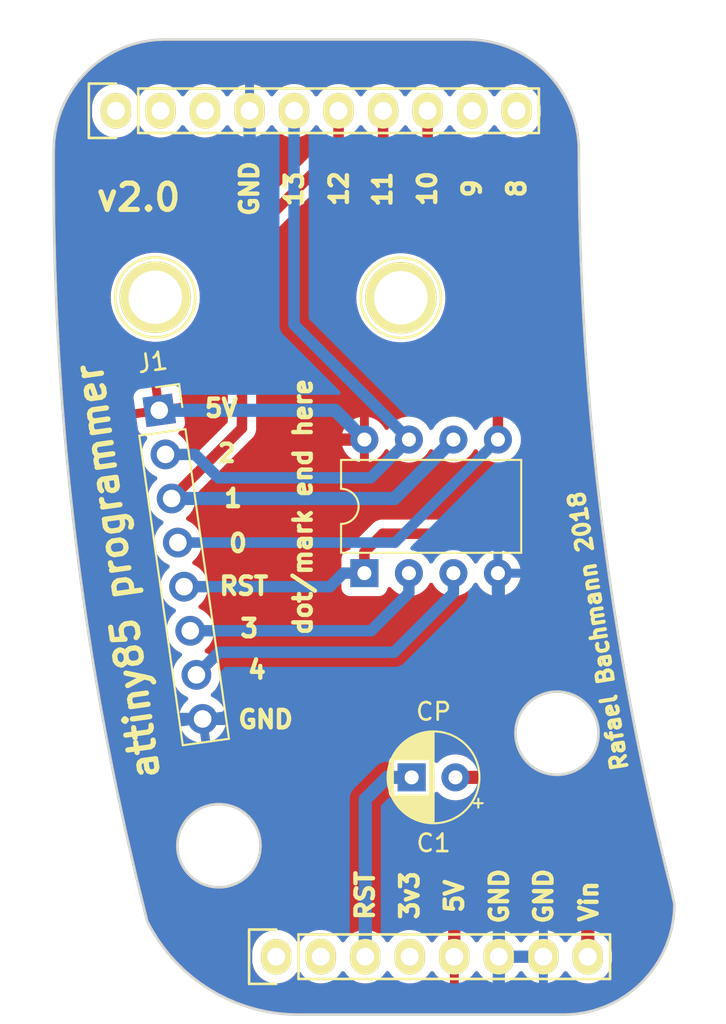
<source format=kicad_pcb>
(kicad_pcb (version 20221018) (generator pcbnew)
  (title_block (date "lun. 30 mars 2015"))
  (layers (0 "F.Cu" signal) (31 "B.Cu" signal) (34 "B.Paste" user) (35 "F.Paste" user) (36 "B.SilkS" user "B.Silkscreen") (37 "F.SilkS" user "F.Silkscreen") (38 "B.Mask" user) (39 "F.Mask" user) (44 "Edge.Cuts" user))
  (net 0 "")
  (net 1 "/Reset")
  (net 2 "+5V")
  (net 3 "GND")
  (net 4 "/Vin")
  (net 5 "/13(SCK)")
  (net 6 "/10(**/SS)")
  (net 7 "/12(MISO)")
  (net 8 "/11(**/MOSI)")
  (net 9 "Net-(J1-Pad6)")
  (net 10 "Net-(J1-Pad7)")
  (footprint "Socket_Arduino_Uno:Socket_Strip_Arduino_1x08" (layer "F.Cu") (at 138.938 123.825)
    (fp_text reference "P1")
    (fp_text value "Power")
    (fp_line (start -1.55 -1.55) (end -1.55 1.55) (stroke (width 0.15)) (layer "F.SilkS"))
    (fp_line (start -1.55 1.55) (end 0 1.55) (stroke (width 0.15)) (layer "F.SilkS"))
    (fp_line (start 0 -1.55) (end -1.55 -1.55) (stroke (width 0.15)) (layer "F.SilkS"))
    (fp_line (start 1.27 1.27) (end 1.27 -1.27) (stroke (width 0.15)) (layer "F.SilkS"))
    (fp_line (start 1.27 1.27) (end 19.05 1.27) (stroke (width 0.15)) (layer "F.SilkS"))
    (fp_line (start 19.05 -1.27) (end 1.27 -1.27) (stroke (width 0.15)) (layer "F.SilkS"))
    (fp_line (start 19.05 1.27) (end 19.05 -1.27) (stroke (width 0.15)) (layer "F.SilkS"))
    (pad "1" thru_hole oval locked (at 0 0) (size 1.7272 2.032) (drill 1.016) (layers "*.Cu" "*.Mask" "F.SilkS"))
    (pad "2" thru_hole oval locked (at 2.54 0) (size 1.7272 2.032) (drill 1.016) (layers "*.Cu" "*.Mask" "F.SilkS"))
    (pad "3" thru_hole oval locked (at 5.08 0) (size 1.7272 2.032) (drill 1.016) (layers "*.Cu" "*.Mask" "F.SilkS") (net 1 "/Reset"))
    (pad "4" thru_hole oval locked (at 7.62 0) (size 1.7272 2.032) (drill 1.016) (layers "*.Cu" "*.Mask" "F.SilkS"))
    (pad "5" thru_hole oval locked (at 10.16 0) (size 1.7272 2.032) (drill 1.016) (layers "*.Cu" "*.Mask" "F.SilkS") (net 2 "+5V"))
    (pad "6" thru_hole oval locked (at 12.7 0) (size 1.7272 2.032) (drill 1.016) (layers "*.Cu" "*.Mask" "F.SilkS") (net 3 "GND"))
    (pad "7" thru_hole oval locked (at 15.24 0) (size 1.7272 2.032) (drill 1.016) (layers "*.Cu" "*.Mask" "F.SilkS") (net 3 "GND"))
    (pad "8" thru_hole oval locked (at 17.78 0) (size 1.7272 2.032) (drill 1.016) (layers "*.Cu" "*.Mask" "F.SilkS") (net 4 "/Vin"))
  )
  (footprint "Socket_Arduino_Uno:Socket_Strip_Arduino_1x10" (layer "F.Cu") (at 129.794 75.565)
    (fp_text reference "P3")
    (fp_text value "Digital")
    (fp_line (start -1.55 -1.55) (end -1.55 1.55) (stroke (width 0.15)) (layer "F.SilkS"))
    (fp_line (start -1.55 1.55) (end 0 1.55) (stroke (width 0.15)) (layer "F.SilkS"))
    (fp_line (start 0 -1.55) (end -1.55 -1.55) (stroke (width 0.15)) (layer "F.SilkS"))
    (fp_line (start 1.27 1.27) (end 1.27 -1.27) (stroke (width 0.15)) (layer "F.SilkS"))
    (fp_line (start 1.27 1.27) (end 24.13 1.27) (stroke (width 0.15)) (layer "F.SilkS"))
    (fp_line (start 24.13 -1.27) (end 1.27 -1.27) (stroke (width 0.15)) (layer "F.SilkS"))
    (fp_line (start 24.13 1.27) (end 24.13 -1.27) (stroke (width 0.15)) (layer "F.SilkS"))
    (pad "1" thru_hole oval locked (at 0 0) (size 1.7272 2.032) (drill 1.016) (layers "*.Cu" "*.Mask" "F.SilkS"))
    (pad "2" thru_hole oval locked (at 2.54 0) (size 1.7272 2.032) (drill 1.016) (layers "*.Cu" "*.Mask" "F.SilkS"))
    (pad "3" thru_hole oval locked (at 5.08 0) (size 1.7272 2.032) (drill 1.016) (layers "*.Cu" "*.Mask" "F.SilkS"))
    (pad "4" thru_hole oval locked (at 7.62 0) (size 1.7272 2.032) (drill 1.016) (layers "*.Cu" "*.Mask" "F.SilkS") (net 3 "GND"))
    (pad "5" thru_hole oval locked (at 10.16 0) (size 1.7272 2.032) (drill 1.016) (layers "*.Cu" "*.Mask" "F.SilkS") (net 5 "/13(SCK)"))
    (pad "6" thru_hole oval locked (at 12.7 0) (size 1.7272 2.032) (drill 1.016) (layers "*.Cu" "*.Mask" "F.SilkS") (net 7 "/12(MISO)"))
    (pad "7" thru_hole oval locked (at 15.24 0) (size 1.7272 2.032) (drill 1.016) (layers "*.Cu" "*.Mask" "F.SilkS") (net 8 "/11(**/MOSI)"))
    (pad "8" thru_hole oval locked (at 17.78 0) (size 1.7272 2.032) (drill 1.016) (layers "*.Cu" "*.Mask" "F.SilkS") (net 6 "/10(**/SS)"))
    (pad "9" thru_hole oval locked (at 20.32 0) (size 1.7272 2.032) (drill 1.016) (layers "*.Cu" "*.Mask" "F.SilkS"))
    (pad "10" thru_hole oval locked (at 22.86 0) (size 1.7272 2.032) (drill 1.016) (layers "*.Cu" "*.Mask" "F.SilkS"))
  )
  (footprint "Socket_Arduino_Uno:Arduino_1pin" (layer "F.Cu") (at 146.05 86.233)
    (fp_text reference "P8" hide)
    (fp_text value "CONN_01X01" hide)
    (fp_circle (center 0 0) (end 0 -2.286) (stroke (width 0.15)) (fill none) (layer "F.SilkS"))
    (pad "1" thru_hole circle locked (at 0 0) (size 4.064 4.064) (drill 3.048) (layers "*.Cu" "*.Mask" "F.SilkS"))
  )
  (footprint "Connector_PinSocket_2.54mm:PinSocket_1x08_P2.54mm_Vertical" (layer "F.Cu") (at 132.26288 92.65412 8)
    (fp_text reference "J1" (at 0 -2.77 8) (layer "F.SilkS"))
    (fp_text value "Conn_01x08")
    (fp_line (start -1.33 1.27) (end -1.33 19.11) (stroke (width 0.12)) (layer "F.SilkS"))
    (fp_line (start -1.33 1.27) (end 1.33 1.27) (stroke (width 0.12)) (layer "F.SilkS"))
    (fp_line (start -1.33 19.11) (end 1.33 19.11) (stroke (width 0.12)) (layer "F.SilkS"))
    (fp_line (start 0 -1.33) (end 1.33 -1.33) (stroke (width 0.12)) (layer "F.SilkS"))
    (fp_line (start 1.33 -1.33) (end 1.33 0) (stroke (width 0.12)) (layer "F.SilkS"))
    (fp_line (start 1.33 1.27) (end 1.33 19.11) (stroke (width 0.12)) (layer "F.SilkS"))
    (pad "1" thru_hole rect (at 0 0 8) (size 1.7 1.7) (drill 1) (layers "*.Cu" "*.Mask") (net 2 "+5V"))
    (pad "2" thru_hole oval (at 0 2.54 8) (size 1.7 1.7) (drill 1) (layers "*.Cu" "*.Mask") (net 5 "/13(SCK)"))
    (pad "3" thru_hole oval (at 0 5.08 8) (size 1.7 1.7) (drill 1) (layers "*.Cu" "*.Mask") (net 7 "/12(MISO)"))
    (pad "4" thru_hole oval (at 0 7.62 8) (size 1.7 1.7) (drill 1) (layers "*.Cu" "*.Mask") (net 8 "/11(**/MOSI)"))
    (pad "5" thru_hole oval (at 0 10.16 8) (size 1.7 1.7) (drill 1) (layers "*.Cu" "*.Mask") (net 6 "/10(**/SS)"))
    (pad "6" thru_hole oval (at 0 12.699997 8) (size 1.7 1.7) (drill 1) (layers "*.Cu" "*.Mask") (net 9 "Net-(J1-Pad6)"))
    (pad "7" thru_hole oval (at 0 15.24 8) (size 1.7 1.7) (drill 1) (layers "*.Cu" "*.Mask") (net 10 "Net-(J1-Pad7)"))
    (pad "8" thru_hole oval (at 0 17.78 8) (size 1.7 1.7) (drill 1) (layers "*.Cu" "*.Mask") (net 3 "GND"))
  )
  (footprint "Socket_Arduino_Uno:Arduino_1pin" (layer "F.Cu") (at 132.03428 86.20252)
    (fp_text reference "P7" hide)
    (fp_text value "CONN_01X01" hide)
    (fp_circle (center 0 0) (end 0 -2.286) (stroke (width 0.15)) (fill none) (layer "F.SilkS"))
    (pad "1" thru_hole circle locked (at 0 0) (size 4.064 4.064) (drill 3.048) (layers "*.Cu" "*.Mask" "F.SilkS"))
  )
  (footprint "Capacitor_THT:CP_Radial_D5.0mm_P2.50mm" (layer "F.Cu") (at 149.16404 113.59388 180)
    (fp_text reference "C1" (at 1.25 -3.75 180) (layer "F.SilkS"))
    (fp_text value "CP" (at 1.25 3.75 180) (layer "F.SilkS"))
    (fp_line (start -1.554775 -1.475) (end -1.054775 -1.475) (stroke (width 0.12)) (layer "F.SilkS"))
    (fp_line (start -1.304775 -1.725) (end -1.304775 -1.225) (stroke (width 0.12)) (layer "F.SilkS"))
    (fp_line (start 1.25 -2.58) (end 1.25 2.58) (stroke (width 0.12)) (layer "F.SilkS"))
    (fp_line (start 1.29 -2.58) (end 1.29 2.58) (stroke (width 0.12)) (layer "F.SilkS"))
    (fp_line (start 1.33 -2.579) (end 1.33 2.579) (stroke (width 0.12)) (layer "F.SilkS"))
    (fp_line (start 1.37 -2.578) (end 1.37 2.578) (stroke (width 0.12)) (layer "F.SilkS"))
    (fp_line (start 1.41 -2.576) (end 1.41 2.576) (stroke (width 0.12)) (layer "F.SilkS"))
    (fp_line (start 1.45 -2.573) (end 1.45 2.573) (stroke (width 0.12)) (layer "F.SilkS"))
    (fp_line (start 1.49 -2.569) (end 1.49 -1.04) (stroke (width 0.12)) (layer "F.SilkS"))
    (fp_line (start 1.49 1.04) (end 1.49 2.569) (stroke (width 0.12)) (layer "F.SilkS"))
    (fp_line (start 1.53 -2.565) (end 1.53 -1.04) (stroke (width 0.12)) (layer "F.SilkS"))
    (fp_line (start 1.53 1.04) (end 1.53 2.565) (stroke (width 0.12)) (layer "F.SilkS"))
    (fp_line (start 1.57 -2.561) (end 1.57 -1.04) (stroke (width 0.12)) (layer "F.SilkS"))
    (fp_line (start 1.57 1.04) (end 1.57 2.561) (stroke (width 0.12)) (layer "F.SilkS"))
    (fp_line (start 1.61 -2.556) (end 1.61 -1.04) (stroke (width 0.12)) (layer "F.SilkS"))
    (fp_line (start 1.61 1.04) (end 1.61 2.556) (stroke (width 0.12)) (layer "F.SilkS"))
    (fp_line (start 1.65 -2.55) (end 1.65 -1.04) (stroke (width 0.12)) (layer "F.SilkS"))
    (fp_line (start 1.65 1.04) (end 1.65 2.55) (stroke (width 0.12)) (layer "F.SilkS"))
    (fp_line (start 1.69 -2.543) (end 1.69 -1.04) (stroke (width 0.12)) (layer "F.SilkS"))
    (fp_line (start 1.69 1.04) (end 1.69 2.543) (stroke (width 0.12)) (layer "F.SilkS"))
    (fp_line (start 1.73 -2.536) (end 1.73 -1.04) (stroke (width 0.12)) (layer "F.SilkS"))
    (fp_line (start 1.73 1.04) (end 1.73 2.536) (stroke (width 0.12)) (layer "F.SilkS"))
    (fp_line (start 1.77 -2.528) (end 1.77 -1.04) (stroke (width 0.12)) (layer "F.SilkS"))
    (fp_line (start 1.77 1.04) (end 1.77 2.528) (stroke (width 0.12)) (layer "F.SilkS"))
    (fp_line (start 1.81 -2.52) (end 1.81 -1.04) (stroke (width 0.12)) (layer "F.SilkS"))
    (fp_line (start 1.81 1.04) (end 1.81 2.52) (stroke (width 0.12)) (layer "F.SilkS"))
    (fp_line (start 1.85 -2.511) (end 1.85 -1.04) (stroke (width 0.12)) (layer "F.SilkS"))
    (fp_line (start 1.85 1.04) (end 1.85 2.511) (stroke (width 0.12)) (layer "F.SilkS"))
    (fp_line (start 1.89 -2.501) (end 1.89 -1.04) (stroke (width 0.12)) (layer "F.SilkS"))
    (fp_line (start 1.89 1.04) (end 1.89 2.501) (stroke (width 0.12)) (layer "F.SilkS"))
    (fp_line (start 1.93 -2.491) (end 1.93 -1.04) (stroke (width 0.12)) (layer "F.SilkS"))
    (fp_line (start 1.93 1.04) (end 1.93 2.491) (stroke (width 0.12)) (layer "F.SilkS"))
    (fp_line (start 1.971 -2.48) (end 1.971 -1.04) (stroke (width 0.12)) (layer "F.SilkS"))
    (fp_line (start 1.971 1.04) (end 1.971 2.48) (stroke (width 0.12)) (layer "F.SilkS"))
    (fp_line (start 2.011 -2.468) (end 2.011 -1.04) (stroke (width 0.12)) (layer "F.SilkS"))
    (fp_line (start 2.011 1.04) (end 2.011 2.468) (stroke (width 0.12)) (layer "F.SilkS"))
    (fp_line (start 2.051 -2.455) (end 2.051 -1.04) (stroke (width 0.12)) (layer "F.SilkS"))
    (fp_line (start 2.051 1.04) (end 2.051 2.455) (stroke (width 0.12)) (layer "F.SilkS"))
    (fp_line (start 2.091 -2.442) (end 2.091 -1.04) (stroke (width 0.12)) (layer "F.SilkS"))
    (fp_line (start 2.091 1.04) (end 2.091 2.442) (stroke (width 0.12)) (layer "F.SilkS"))
    (fp_line (start 2.131 -2.428) (end 2.131 -1.04) (stroke (width 0.12)) (layer "F.SilkS"))
    (fp_line (start 2.131 1.04) (end 2.131 2.428) (stroke (width 0.12)) (layer "F.SilkS"))
    (fp_line (start 2.171 -2.414) (end 2.171 -1.04) (stroke (width 0.12)) (layer "F.SilkS"))
    (fp_line (start 2.171 1.04) (end 2.171 2.414) (stroke (width 0.12)) (layer "F.SilkS"))
    (fp_line (start 2.211 -2.398) (end 2.211 -1.04) (stroke (width 0.12)) (layer "F.SilkS"))
    (fp_line (start 2.211 1.04) (end 2.211 2.398) (stroke (width 0.12)) (layer "F.SilkS"))
    (fp_line (start 2.251 -2.382) (end 2.251 -1.04) (stroke (width 0.12)) (layer "F.SilkS"))
    (fp_line (start 2.251 1.04) (end 2.251 2.382) (stroke (width 0.12)) (layer "F.SilkS"))
    (fp_line (start 2.291 -2.365) (end 2.291 -1.04) (stroke (width 0.12)) (layer "F.SilkS"))
    (fp_line (start 2.291 1.04) (end 2.291 2.365) (stroke (width 0.12)) (layer "F.SilkS"))
    (fp_line (start 2.331 -2.348) (end 2.331 -1.04) (stroke (width 0.12)) (layer "F.SilkS"))
    (fp_line (start 2.331 1.04) (end 2.331 2.348) (stroke (width 0.12)) (layer "F.SilkS"))
    (fp_line (start 2.371 -2.329) (end 2.371 -1.04) (stroke (width 0.12)) (layer "F.SilkS"))
    (fp_line (start 2.371 1.04) (end 2.371 2.329) (stroke (width 0.12)) (layer "F.SilkS"))
    (fp_line (start 2.411 -2.31) (end 2.411 -1.04) (stroke (width 0.12)) (layer "F.SilkS"))
    (fp_line (start 2.411 1.04) (end 2.411 2.31) (stroke (width 0.12)) (layer "F.SilkS"))
    (fp_line (start 2.451 -2.29) (end 2.451 -1.04) (stroke (width 0.12)) (layer "F.SilkS"))
    (fp_line (start 2.451 1.04) (end 2.451 2.29) (stroke (width 0.12)) (layer "F.SilkS"))
    (fp_line (start 2.491 -2.268) (end 2.491 -1.04) (stroke (width 0.12)) (layer "F.SilkS"))
    (fp_line (start 2.491 1.04) (end 2.491 2.268) (stroke (width 0.12)) (layer "F.SilkS"))
    (fp_line (start 2.531 -2.247) (end 2.531 -1.04) (stroke (width 0.12)) (layer "F.SilkS"))
    (fp_line (start 2.531 1.04) (end 2.531 2.247) (stroke (width 0.12)) (layer "F.SilkS"))
    (fp_line (start 2.571 -2.224) (end 2.571 -1.04) (stroke (width 0.12)) (layer "F.SilkS"))
    (fp_line (start 2.571 1.04) (end 2.571 2.224) (stroke (width 0.12)) (layer "F.SilkS"))
    (fp_line (start 2.611 -2.2) (end 2.611 -1.04) (stroke (width 0.12)) (layer "F.SilkS"))
    (fp_line (start 2.611 1.04) (end 2.611 2.2) (stroke (width 0.12)) (layer "F.SilkS"))
    (fp_line (start 2.651 -2.175) (end 2.651 -1.04) (stroke (width 0.12)) (layer "F.SilkS"))
    (fp_line (start 2.651 1.04) (end 2.651 2.175) (stroke (width 0.12)) (layer "F.SilkS"))
    (fp_line (start 2.691 -2.149) (end 2.691 -1.04) (stroke (width 0.12)) (layer "F.SilkS"))
    (fp_line (start 2.691 1.04) (end 2.691 2.149) (stroke (width 0.12)) (layer "F.SilkS"))
    (fp_line (start 2.731 -2.122) (end 2.731 -1.04) (stroke (width 0.12)) (layer "F.SilkS"))
    (fp_line (start 2.731 1.04) (end 2.731 2.122) (stroke (width 0.12)) (layer "F.SilkS"))
    (fp_line (start 2.771 -2.095) (end 2.771 -1.04) (stroke (width 0.12)) (layer "F.SilkS"))
    (fp_line (start 2.771 1.04) (end 2.771 2.095) (stroke (width 0.12)) (layer "F.SilkS"))
    (fp_line (start 2.811 -2.065) (end 2.811 -1.04) (stroke (width 0.12)) (layer "F.SilkS"))
    (fp_line (start 2.811 1.04) (end 2.811 2.065) (stroke (width 0.12)) (layer "F.SilkS"))
    (fp_line (start 2.851 -2.035) (end 2.851 -1.04) (stroke (width 0.12)) (layer "F.SilkS"))
    (fp_line (start 2.851 1.04) (end 2.851 2.035) (stroke (width 0.12)) (layer "F.SilkS"))
    (fp_line (start 2.891 -2.004) (end 2.891 -1.04) (stroke (width 0.12)) (layer "F.SilkS"))
    (fp_line (start 2.891 1.04) (end 2.891 2.004) (stroke (width 0.12)) (layer "F.SilkS"))
    (fp_line (start 2.931 -1.971) (end 2.931 -1.04) (stroke (width 0.12)) (layer "F.SilkS"))
    (fp_line (start 2.931 1.04) (end 2.931 1.971) (stroke (width 0.12)) (layer "F.SilkS"))
    (fp_line (start 2.971 -1.937) (end 2.971 -1.04) (stroke (width 0.12)) (layer "F.SilkS"))
    (fp_line (start 2.971 1.04) (end 2.971 1.937) (stroke (width 0.12)) (layer "F.SilkS"))
    (fp_line (start 3.011 -1.901) (end 3.011 -1.04) (stroke (width 0.12)) (layer "F.SilkS"))
    (fp_line (start 3.011 1.04) (end 3.011 1.901) (stroke (width 0.12)) (layer "F.SilkS"))
    (fp_line (start 3.051 -1.864) (end 3.051 -1.04) (stroke (width 0.12)) (layer "F.SilkS"))
    (fp_line (start 3.051 1.04) (end 3.051 1.864) (stroke (width 0.12)) (layer "F.SilkS"))
    (fp_line (start 3.091 -1.826) (end 3.091 -1.04) (stroke (width 0.12)) (layer "F.SilkS"))
    (fp_line (start 3.091 1.04) (end 3.091 1.826) (stroke (width 0.12)) (layer "F.SilkS"))
    (fp_line (start 3.131 -1.785) (end 3.131 -1.04) (stroke (width 0.12)) (layer "F.SilkS"))
    (fp_line (start 3.131 1.04) (end 3.131 1.785) (stroke (width 0.12)) (layer "F.SilkS"))
    (fp_line (start 3.171 -1.743) (end 3.171 -1.04) (stroke (width 0.12)) (layer "F.SilkS"))
    (fp_line (start 3.171 1.04) (end 3.171 1.743) (stroke (width 0.12)) (layer "F.SilkS"))
    (fp_line (start 3.211 -1.699) (end 3.211 -1.04) (stroke (width 0.12)) (layer "F.SilkS"))
    (fp_line (start 3.211 1.04) (end 3.211 1.699) (stroke (width 0.12)) (layer "F.SilkS"))
    (fp_line (start 3.251 -1.653) (end 3.251 -1.04) (stroke (width 0.12)) (layer "F.SilkS"))
    (fp_line (start 3.251 1.04) (end 3.251 1.653) (stroke (width 0.12)) (layer "F.SilkS"))
    (fp_line (start 3.291 -1.605) (end 3.291 -1.04) (stroke (width 0.12)) (layer "F.SilkS"))
    (fp_line (start 3.291 1.04) (end 3.291 1.605) (stroke (width 0.12)) (layer "F.SilkS"))
    (fp_line (start 3.331 -1.554) (end 3.331 -1.04) (stroke (width 0.12)) (layer "F.SilkS"))
    (fp_line (start 3.331 1.04) (end 3.331 1.554) (stroke (width 0.12)) (layer "F.SilkS"))
    (fp_line (start 3.371 -1.5) (end 3.371 -1.04) (stroke (width 0.12)) (layer "F.SilkS"))
    (fp_line (start 3.371 1.04) (end 3.371 1.5) (stroke (width 0.12)) (layer "F.SilkS"))
    (fp_line (start 3.411 -1.443) (end 3.411 -1.04) (stroke (width 0.12)) (layer "F.SilkS"))
    (fp_line (start 3.411 1.04) (end 3.411 1.443) (stroke (width 0.12)) (layer "F.SilkS"))
    (fp_line (start 3.451 -1.383) (end 3.451 -1.04) (stroke (width 0.12)) (layer "F.SilkS"))
    (fp_line (start 3.451 1.04) (end 3.451 1.383) (stroke (width 0.12)) (layer "F.SilkS"))
    (fp_line (start 3.491 -1.319) (end 3.491 -1.04) (stroke (width 0.12)) (layer "F.SilkS"))
    (fp_line (start 3.491 1.04) (end 3.491 1.319) (stroke (width 0.12)) (layer "F.SilkS"))
    (fp_line (start 3.531 -1.251) (end 3.531 -1.04) (stroke (width 0.12)) (layer "F.SilkS"))
    (fp_line (start 3.531 1.04) (end 3.531 1.251) (stroke (width 0.12)) (layer "F.SilkS"))
    (fp_line (start 3.571 -1.178) (end 3.571 1.178) (stroke (width 0.12)) (layer "F.SilkS"))
    (fp_line (start 3.611 -1.098) (end 3.611 1.098) (stroke (width 0.12)) (layer "F.SilkS"))
    (fp_line (start 3.651 -1.011) (end 3.651 1.011) (stroke (width 0.12)) (layer "F.SilkS"))
    (fp_line (start 3.691 -0.915) (end 3.691 0.915) (stroke (width 0.12)) (layer "F.SilkS"))
    (fp_line (start 3.731 -0.805) (end 3.731 0.805) (stroke (width 0.12)) (layer "F.SilkS"))
    (fp_line (start 3.771 -0.677) (end 3.771 0.677) (stroke (width 0.12)) (layer "F.SilkS"))
    (fp_line (start 3.811 -0.518) (end 3.811 0.518) (stroke (width 0.12)) (layer "F.SilkS"))
    (fp_line (start 3.851 -0.284) (end 3.851 0.284) (stroke (width 0.12)) (layer "F.SilkS"))
    (fp_circle (center 1.25 0) (end 3.87 0) (stroke (width 0.12)) (fill none) (layer "F.SilkS"))
    (pad "1" thru_hole oval (at 0 0 180) (size 1.6 1.6) (drill 0.8) (layers "*.Cu" "*.Mask") (net 4 "/Vin"))
    (pad "2" thru_hole rect (at 2.5 0 180) (size 1.6 1.6) (drill 0.8) (layers "*.Cu" "*.Mask") (net 1 "/Reset"))
  )
  (footprint "Package_DIP:DIP-8_W7.62mm" (layer "F.Cu") (at 143.9672 101.9429 90)
    (fp_text reference "U1")
    (fp_text value "ATtiny85-20PU")
    (fp_line (start 1.16 -1.33) (end 1.16 8.95) (stroke (width 0.12)) (layer "F.SilkS"))
    (fp_line (start 1.16 8.95) (end 6.46 8.95) (stroke (width 0.12)) (layer "F.SilkS"))
    (fp_line (start 2.81 -1.33) (end 1.16 -1.33) (stroke (width 0.12)) (layer "F.SilkS"))
    (fp_line (start 6.46 -1.33) (end 4.81 -1.33) (stroke (width 0.12)) (layer "F.SilkS"))
    (fp_line (start 6.46 8.95) (end 6.46 -1.33) (stroke (width 0.12)) (layer "F.SilkS"))
    (fp_arc (start 4.81 -1.33) (mid 3.81 -0.33) (end 2.81 -1.33) (stroke (width 0.12)) (layer "F.SilkS"))
    (pad "1" thru_hole rect (at 0 0 90) (size 1.6 1.6) (drill 0.8) (layers "*.Cu" "*.Mask") (net 6 "/10(**/SS)"))
    (pad "2" thru_hole oval (at 0 2.54 90) (size 1.6 1.6) (drill 0.8) (layers "*.Cu" "*.Mask") (net 9 "Net-(J1-Pad6)"))
    (pad "3" thru_hole oval (at 0 5.08 90) (size 1.6 1.6) (drill 0.8) (layers "*.Cu" "*.Mask") (net 10 "Net-(J1-Pad7)"))
    (pad "4" thru_hole oval (at 0 7.62 90) (size 1.6 1.6) (drill 0.8) (layers "*.Cu" "*.Mask") (net 3 "GND"))
    (pad "5" thru_hole oval (at 7.62 7.62 90) (size 1.6 1.6) (drill 0.8) (layers "*.Cu" "*.Mask") (net 8 "/11(**/MOSI)"))
    (pad "6" thru_hole oval (at 7.62 5.08 90) (size 1.6 1.6) (drill 0.8) (layers "*.Cu" "*.Mask") (net 7 "/12(MISO)"))
    (pad "7" thru_hole oval (at 7.62 2.54 90) (size 1.6 1.6) (drill 0.8) (layers "*.Cu" "*.Mask") (net 5 "/13(SCK)"))
    (pad "8" thru_hole oval (at 7.62 0 90) (size 1.6 1.6) (drill 0.8) (layers "*.Cu" "*.Mask") (net 2 "+5V"))
  )
  (gr_circle (center 135.66648 117.492838) (end 137.53084 118.955878) (stroke (width 0.15)) (fill none) (layer "Edge.Cuts"))
  (gr_arc (start 149.86 71.501) (mid 154.350128 73.360872) (end 156.21 77.851) (stroke (width 0.15)) (layer "Edge.Cuts"))
  (gr_arc (start 161.659192 120.805903) (mid 159.756651 125.326826) (end 155.194 127.127) (stroke (width 0.15)) (layer "Edge.Cuts"))
  (gr_arc (start 161.47178 119.96886) (mid 157.530538 99.073632) (end 156.21 77.851) (stroke (width 0.15)) (layer "Edge.Cuts"))
  (gr_line (start 140.208 127.127) (end 155.194 127.127) (stroke (width 0.15)) (layer "Edge.Cuts"))
  (gr_line (start 131.5212 121.5898) (end 131.56692 121.77776) (stroke (width 0.15)) (layer "Edge.Cuts"))
  (gr_line (start 161.47288 119.96928) (end 161.65576 120.80748) (stroke (width 0.15)) (layer "Edge.Cuts"))
  (gr_arc (start 131.525125 121.592588) (mid 127.564924 100.648683) (end 126.238 79.375) (stroke (width 0.15)) (layer "Edge.Cuts"))
  (gr_arc (start 140.208 127.13034) (mid 135.131887 125.688323) (end 131.572001 121.792999) (stroke (width 0.15)) (layer "Edge.Cuts"))
  (gr_circle (center 154.96032 111.076682) (end 156.82468 112.539722) (stroke (width 0.15)) (fill none) (layer "Edge.Cuts"))
  (gr_arc (start 126.238 77.851) (mid 128.097872 73.360872) (end 132.588 71.501) (stroke (width 0.15)) (layer "Edge.Cuts"))
  (gr_line (start 132.588 71.501) (end 149.86 71.501) (stroke (width 0.15)) (layer "Edge.Cuts"))
  (gr_line (start 126.238 77.851) (end 126.238 79.375) (stroke (width 0.15)) (layer "Edge.Cuts"))
  (gr_text "GND" (at 154.19324 120.3706 90) (layer "F.SilkS") (effects (font (size 1 1) (thickness 0.25))))
  (gr_text "GND" (at 151.6634 120.3706 90) (layer "F.SilkS") (effects (font (size 1 1) (thickness 0.25))))
  (gr_text "5V" (at 149.098 120.3706 90) (layer "F.SilkS") (effects (font (size 1 1) (thickness 0.25))))
  (gr_text "3v3" (at 146.55292 120.32488 90) (layer "F.SilkS") (effects (font (size 1 1) (thickness 0.25))))
  (gr_text "RST" (at 144.00784 120.32488 90) (layer "F.SilkS") (effects (font (size 1 1) (thickness 0.25))))
  (gr_text "GND" (at 138.33348 110.29188) (layer "F.SilkS") (effects (font (size 1 1) (thickness 0.25))))
  (gr_text "4" (at 137.83564 107.45724) (layer "F.SilkS") (effects (font (size 1 1) (thickness 0.25))))
  (gr_text "3" (at 137.39876 105.09504) (layer "F.SilkS") (effects (font (size 1 1) (thickness 0.25))))
  (gr_text "RST" (at 137.08888 102.68204) (layer "F.SilkS") (effects (font (size 1 1) (thickness 0.25))))
  (gr_text "5V" (at 135.80364 92.53728) (layer "F.SilkS") (effects (font (size 1 1) (thickness 0.25))))
  (gr_text "2" (at 136.11352 95.10268) (layer "F.SilkS") (effects (font (size 1 1) (thickness 0.25))))
  (gr_text "1" (at 136.4742 97.67316) (layer "F.SilkS") (effects (font (size 1 1) (thickness 0.25))))
  (gr_text "0" (at 136.7536 100.23856) (layer "F.SilkS") (effects (font (size 1 1) (thickness 0.25))))
  (gr_text "GND" (at 137.40892 80.00492 90) (layer "F.SilkS") (effects (font (size 1 1) (thickness 0.25))))
  (gr_text "13" (at 139.96416 80.02524 90) (layer "F.SilkS") (effects (font (size 1 1) (thickness 0.25))))
  (gr_text "12" (at 142.5194 80.00492 90) (layer "F.SilkS") (effects (font (size 1 1) (thickness 0.25))))
  (gr_text "11" (at 145.00352 80.04048 90) (layer "F.SilkS") (effects (font (size 1 1) (thickness 0.25))))
  (gr_text "10" (at 147.55876 80.00492 90) (layer "F.SilkS") (effects (font (size 1 1) (thickness 0.25))))
  (gr_text "9" (at 150.10892 79.99476 90) (layer "F.SilkS") (effects (font (size 1 1) (thickness 0.25))))
  (gr_text "8" (at 152.654 79.99476 90) (layer "F.SilkS") (effects (font (size 1 1) (thickness 0.25))))
  (gr_text "Rafael Bachmann 2018" (at 157.3022 105.23728 99) (layer "F.SilkS") (effects (font (size 0.9 0.9) (thickness 0.225))))
  (gr_text "v2.0" (at 131.07924 80.51292) (layer "F.SilkS") (effects (font (size 1.5 1.5) (thickness 0.3))))
  (gr_text "attiny85 programmer" (at 129.8702 101.83876 98) (layer "F.SilkS") (effects (font (size 1.5 1.5) (thickness 0.3))))
  (gr_text "Vin" (at 156.7688 120.67032 90) (layer "F.SilkS") (effects (font (size 1 1) (thickness 0.25))))
  (gr_text "dot/mark end here" (at 140.45692 98.15576 90) (layer "F.SilkS") (effects (font (size 1 1) (thickness 0.25))))
  (segment (start 144.018 114.84356) (end 145.26768 113.59388) (width 0.75) (layer "B.Cu") (net 1))
  (segment (start 145.26768 113.59388) (end 146.66404 113.59388) (width 0.75) (layer "B.Cu") (net 1))
  (segment (start 144.018 123.825) (end 144.018 114.84356) (width 0.75) (layer "B.Cu") (net 1))
  (segment (start 144.0072 123.8142) (end 144.018 123.825) (width 0.75) (layer "B.Cu") (net 1))
  (segment (start 142.5194 94.3229) (end 143.9672 94.3229) (width 0.7) (layer "F.Cu") (net 2))
  (segment (start 149.098 122.109) (end 147.0802 120.0912) (width 0.7) (layer "F.Cu") (net 2))
  (segment (start 147.0802 120.0912) (end 143.4211 120.0912) (width 0.7) (layer "F.Cu") (net 2))
  (segment (start 143.4211 120.0912) (end 141.2367 117.9068) (width 0.7) (layer "F.Cu") (net 2))
  (segment (start 141.2367 95.6056) (end 142.5194 94.3229) (width 0.7) (layer "F.Cu") (net 2))
  (segment (start 149.098 123.825) (end 149.098 122.109) (width 0.7) (layer "F.Cu") (net 2))
  (segment (start 141.2367 117.9068) (end 141.2367 95.6056) (width 0.7) (layer "F.Cu") (net 2))
  (segment (start 142.29842 92.65412) (end 143.9672 94.3229) (width 0.75) (layer "B.Cu") (net 2))
  (segment (start 132.26288 92.65412) (end 142.29842 92.65412) (width 0.75) (layer "B.Cu") (net 2))
  (segment (start 151.54656 108.59008) (end 151.638 108.68152) (width 0.7) (layer "B.Cu") (net 3))
  (segment (start 138.315753 126.187796) (end 150.991204 126.187796) (width 0.7) (layer "B.Cu") (net 3))
  (segment (start 128.2192 99.962856) (end 128.284397 100.558553) (width 0.7) (layer "B.Cu") (net 3))
  (segment (start 151.638 107.60964) (end 151.638 101.9937) (width 0.7) (layer "B.Cu") (net 3))
  (segment (start 128.284397 100.558553) (end 129.02613 105.815914) (width 0.7) (layer "B.Cu") (net 3))
  (segment (start 150.65756 108.59008) (end 151.638 107.60964) (width 0.7) (layer "B.Cu") (net 3))
  (segment (start 133.3388 81.3562) (end 131.375767 81.3562) (width 0.7) (layer "B.Cu") (net 3))
  (segment (start 138.057221 126.139541) (end 138.315753 126.187796) (width 0.7) (layer "B.Cu") (net 3))
  (segment (start 132.039047 120.121367) (end 138.057221 126.139541) (width 0.7) (layer "B.Cu") (net 3))
  (segment (start 151.638 109.51972) (end 151.638 108.68152) (width 0.7) (layer "B.Cu") (net 3))
  (segment (start 151.638 125.541) (end 151.638 123.825) (width 0.7) (layer "B.Cu") (net 3))
  (segment (start 137.414 75.565) (end 137.414 77.281) (width 0.7) (layer "B.Cu") (net 3))
  (segment (start 135.939459 110.261086) (end 137.610465 108.59008) (width 0.7) (layer "B.Cu") (net 3))
  (segment (start 150.65756 108.59008) (end 151.54656 108.59008) (width 0.7) (layer "B.Cu") (net 3))
  (segment (start 151.638 101.9937) (end 151.5872 101.9429) (width 0.7) (layer "B.Cu") (net 3))
  (segment (start 132.039047 110.261086) (end 132.039047 120.121367) (width 0.7) (layer "B.Cu") (net 3))
  (segment (start 128.2192 84.512767) (end 128.2192 99.962856) (width 0.7) (layer "B.Cu") (net 3))
  (segment (start 150.991204 126.187796) (end 151.638 125.541) (width 0.7) (layer "B.Cu") (net 3))
  (segment (start 151.638 123.825) (end 154.178 123.825) (width 0.7) (layer "B.Cu") (net 3))
  (segment (start 151.638 108.68152) (end 151.638 107.60964) (width 0.7) (layer "B.Cu") (net 3))
  (segment (start 129.02613 105.815914) (end 129.325747 107.547786) (width 0.7) (layer "B.Cu") (net 3))
  (segment (start 134.737378 110.261086) (end 135.939459 110.261086) (width 0.7) (layer "B.Cu") (net 3))
  (segment (start 137.414 75.565) (end 137.166967 75.565) (width 0.7) (layer "B.Cu") (net 3))
  (segment (start 151.638 123.825) (end 151.638 109.51972) (width 0.7) (layer "B.Cu") (net 3))
  (segment (start 151.5872 101.9429) (end 151.5872 103.07427) (width 0.7) (layer "B.Cu") (net 3))
  (segment (start 129.325747 107.547786) (end 132.039047 110.261086) (width 0.7) (layer "B.Cu") (net 3))
  (segment (start 132.039047 110.261086) (end 134.737378 110.261086) (width 0.7) (layer "B.Cu") (net 3))
  (segment (start 150.65756 108.59008) (end 150.70836 108.59008) (width 0.7) (layer "B.Cu") (net 3))
  (segment (start 131.375767 81.3562) (end 128.2192 84.512767) (width 0.7) (layer "B.Cu") (net 3))
  (segment (start 137.610465 108.59008) (end 150.65756 108.59008) (width 0.7) (layer "B.Cu") (net 3))
  (segment (start 137.414 77.281) (end 133.3388 81.3562) (width 0.7) (layer "B.Cu") (net 3))
  (segment (start 150.70836 108.59008) (end 151.638 109.51972) (width 0.7) (layer "B.Cu") (net 3))
  (segment (start 149.16404 113.59388) (end 152.59304 113.59388) (width 0.75) (layer "F.Cu") (net 4))
  (segment (start 156.718 117.71884) (end 156.718 123.825) (width 0.75) (layer "F.Cu") (net 4))
  (segment (start 152.59304 113.59388) (end 156.718 117.71884) (width 0.75) (layer "F.Cu") (net 4))
  (segment (start 139.954 75.565) (end 139.954 87.7697) (width 0.65) (layer "B.Cu") (net 5))
  (segment (start 146.5072 94.3229) (end 144.32534 96.50476) (width 0.65) (layer "B.Cu") (net 5))
  (segment (start 135.636 96.50476) (end 134.300641 95.169401) (width 0.65) (layer "B.Cu") (net 5))
  (segment (start 134.300641 95.169401) (end 132.61638 95.169401) (width 0.65) (layer "B.Cu") (net 5))
  (segment (start 139.954 87.7697) (end 146.5072 94.3229) (width 0.65) (layer "B.Cu") (net 5))
  (segment (start 144.32534 96.50476) (end 135.636 96.50476) (width 0.65) (layer "B.Cu") (net 5))
  (segment (start 147.574 75.565) (end 147.574 77.256458) (width 0.6) (layer "F.Cu") (net 6))
  (segment (start 145.0151 99.695) (end 143.9672 100.7429) (width 0.6) (layer "F.Cu") (net 6))
  (segment (start 147.574 77.256458) (end 153.5938 83.276258) (width 0.6) (layer "F.Cu") (net 6))
  (segment (start 149.2123 99.695) (end 145.0151 99.695) (width 0.6) (layer "F.Cu") (net 6))
  (segment (start 153.5938 95.3135) (end 149.2123 99.695) (width 0.6) (layer "F.Cu") (net 6))
  (segment (start 143.9672 100.7429) (end 143.9672 101.9429) (width 0.6) (layer "F.Cu") (net 6))
  (segment (start 153.5938 83.276258) (end 153.5938 95.3135) (width 0.6) (layer "F.Cu") (net 6))
  (segment (start 142.7672 101.9429) (end 141.994856 102.715244) (width 0.65) (layer "B.Cu") (net 6))
  (segment (start 143.9672 101.9429) (end 142.7672 101.9429) (width 0.65) (layer "B.Cu") (net 6))
  (segment (start 141.994856 102.715244) (end 133.676879 102.715244) (width 0.65) (layer "B.Cu") (net 6))
  (segment (start 142.494 75.565) (end 142.494 77.6605) (width 0.6) (layer "F.Cu") (net 7))
  (segment (start 136.9822 83.1723) (end 136.9822 93.672361) (width 0.6) (layer "F.Cu") (net 7))
  (segment (start 142.494 77.6605) (end 136.9822 83.1723) (width 0.6) (layer "F.Cu") (net 7))
  (segment (start 136.9822 93.672361) (end 132.969879 97.684682) (width 0.6) (layer "F.Cu") (net 7))
  (segment (start 145.685418 97.684682) (end 132.969879 97.684682) (width 0.75) (layer "B.Cu") (net 7))
  (segment (start 149.0472 94.3229) (end 145.685418 97.684682) (width 0.75) (layer "B.Cu") (net 7))
  (segment (start 145.034 75.565) (end 145.034 76.981) (width 0.6) (layer "F.Cu") (net 8))
  (segment (start 151.5872 83.9216) (end 151.5872 94.3229) (width 0.6) (layer "F.Cu") (net 8))
  (segment (start 145.0467 77.3811) (end 151.5872 83.9216) (width 0.6) (layer "F.Cu") (net 8))
  (segment (start 145.034 76.981) (end 145.0467 76.9937) (width 0.6) (layer "F.Cu") (net 8))
  (segment (start 145.0467 76.9937) (end 145.0467 77.3811) (width 0.6) (layer "F.Cu") (net 8))
  (segment (start 145.70202 100.20808) (end 145.693903 100.199963) (width 0.6) (layer "B.Cu") (net 8))
  (segment (start 145.693903 100.199963) (end 133.323379 100.199963) (width 0.6) (layer "B.Cu") (net 8))
  (segment (start 151.5872 94.3229) (end 145.70202 100.20808) (width 0.6) (layer "B.Cu") (net 8))
  (segment (start 144.350946 105.230524) (end 134.030378 105.230524) (width 0.65) (layer "B.Cu") (net 9))
  (segment (start 146.5072 103.07427) (end 144.350946 105.230524) (width 0.65) (layer "B.Cu") (net 9))
  (segment (start 146.5072 101.9429) (end 146.5072 103.07427) (width 0.65) (layer "B.Cu") (net 9))
  (segment (start 145.66499 106.45648) (end 135.673203 106.45648) (width 0.65) (layer "B.Cu") (net 10))
  (segment (start 135.673203 106.45648) (end 134.383878 107.745805) (width 0.65) (layer "B.Cu") (net 10))
  (segment (start 149.0472 103.07427) (end 145.66499 106.45648) (width 0.65) (layer "B.Cu") (net 10))
  (segment (start 149.0472 101.9429) (end 149.0472 103.07427) (width 0.65) (layer "B.Cu") (net 10))
  (zone (net 2) (net_name "+5V") (layer "F.Cu") (connect_pads (clearance 0.508)) (min_thickness 0.254) (fill yes (thermal_gap 0.508) (thermal_bridge_width 0.508))
    (polygon (pts (xy 164.42436 69.7484) (xy 164.42436 127.66548) (xy 123.17476 127.66548) (xy 123.17476 70.7898)))
  )
  (zone (net 3) (net_name "GND") (layer "B.Cu") (connect_pads (clearance 0.508)) (min_thickness 0.254) (fill yes (thermal_gap 0.508) (thermal_bridge_width 0.508))
    (polygon (pts (xy 164.60216 69.24548) (xy 164.60216 127.53848) (xy 123.32208 127.53848) (xy 123.32208 70.62216)))
  )
)
</source>
